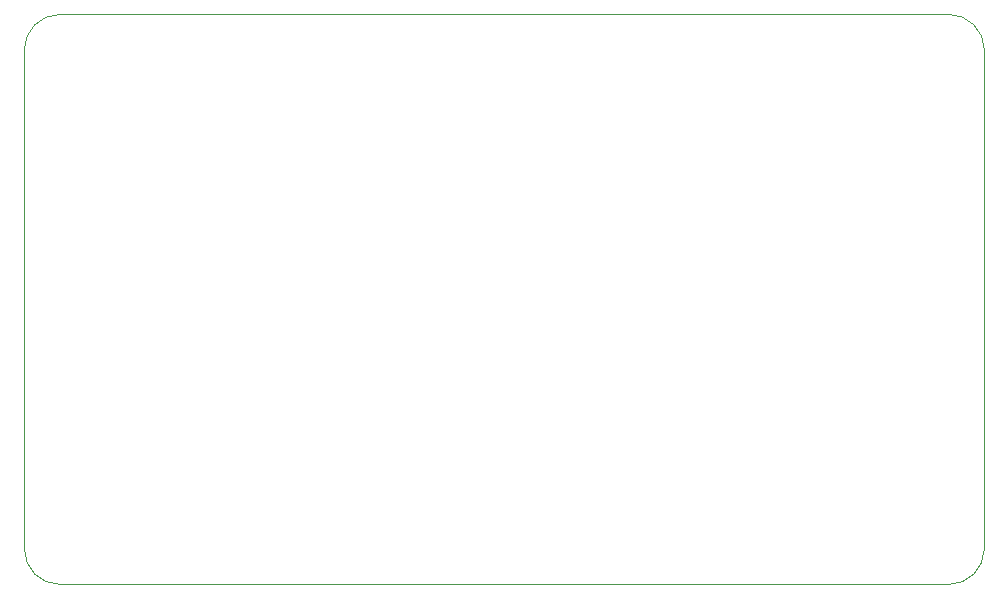
<source format=gbr>
%TF.GenerationSoftware,KiCad,Pcbnew,9.0.5*%
%TF.CreationDate,2025-10-12T13:48:01+02:00*%
%TF.ProjectId,sw63_mk4_displaytestboard,73773633-5f6d-46b3-945f-646973706c61,rev?*%
%TF.SameCoordinates,Original*%
%TF.FileFunction,Profile,NP*%
%FSLAX46Y46*%
G04 Gerber Fmt 4.6, Leading zero omitted, Abs format (unit mm)*
G04 Created by KiCad (PCBNEW 9.0.5) date 2025-10-12 13:48:01*
%MOMM*%
%LPD*%
G01*
G04 APERTURE LIST*
%TA.AperFunction,Profile*%
%ADD10C,0.050000*%
%TD*%
G04 APERTURE END LIST*
D10*
X77470000Y-69040000D02*
G75*
G02*
X80470000Y-66040000I3000000J0D01*
G01*
X155750000Y-66040000D02*
G75*
G02*
X158750000Y-69040000I0J-3000000D01*
G01*
X80470000Y-114300000D02*
G75*
G02*
X77470000Y-111300000I0J3000000D01*
G01*
X158750000Y-111300000D02*
G75*
G02*
X155750000Y-114300000I-3000000J0D01*
G01*
X77470000Y-111300000D02*
X77470000Y-69040000D01*
X158750000Y-69040000D02*
X158750000Y-111300000D01*
X80470000Y-66040000D02*
X155750000Y-66040000D01*
X155750000Y-114300000D02*
X80470000Y-114300000D01*
M02*

</source>
